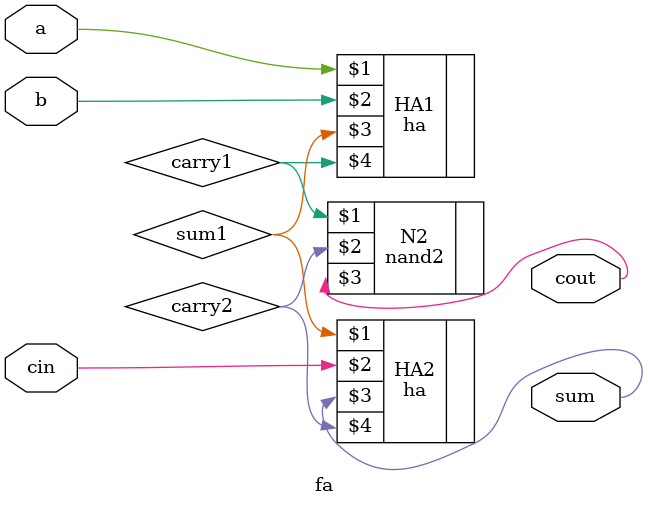
<source format=sv>
module fa (
    input wire a,
    input wire b,
    input wire cin,
    output wire sum,
    output wire cout
);
    // Intermediate signals
    logic sum1, carry1, carry2;

    // Instantiate the first half adder
    ha HA1 (a, b, sum1, carry1);

    // Instantiate the second half adder
    ha HA2 (sum1, cin, sum, carry2);

    // Instantiate the two-input NAND gate for the carry out
    nand2 N2 (carry1, carry2, cout);

endmodule
</source>
